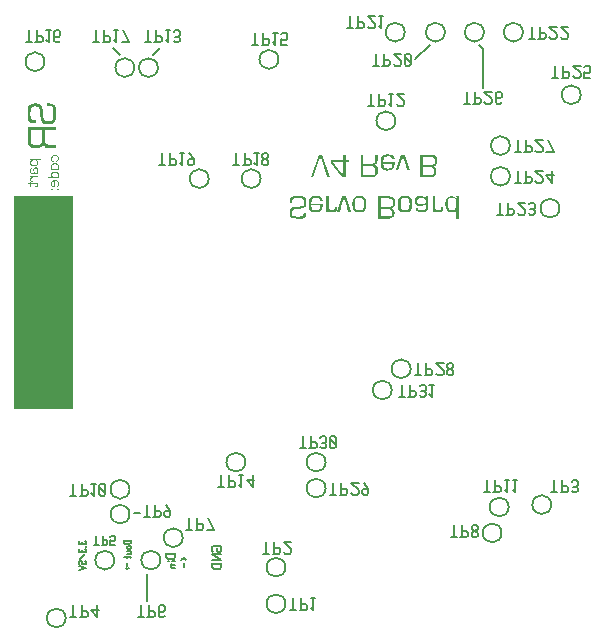
<source format=gbr>
G04 start of page 11 for group -4078 idx -4078 *
G04 Title: (unknown), bottomsilk *
G04 Creator: pcb 20140316 *
G04 CreationDate: Wed 10 Jul 2019 18:35:36 GMT UTC *
G04 For: kier *
G04 Format: Gerber/RS-274X *
G04 PCB-Dimensions (mil): 2755.91 2913.39 *
G04 PCB-Coordinate-Origin: lower left *
%MOIN*%
%FSLAX25Y25*%
%LNBOTTOMSILK*%
%ADD149C,0.0059*%
%ADD148C,0.0079*%
%ADD147C,0.0001*%
G54D147*G36*
X180028Y199326D02*X180787D01*
X181758Y199207D01*
X182393Y198849D01*
X182746Y198198D01*
X182871Y197200D01*
X182794Y196533D01*
X182566Y196022D01*
X182193Y195654D01*
X181676Y195441D01*
X182387Y194889D01*
X182632Y193880D01*
X182518Y192876D01*
X182197Y192294D01*
X181547Y192019D01*
X180440Y191926D01*
X180028D01*
Y192620D01*
X180418D01*
X181146Y192674D01*
X181568Y192837D01*
X181764Y193191D01*
X181829Y193813D01*
X181747Y194531D01*
X181525Y194943D01*
X181041Y195122D01*
X180179Y195181D01*
X180028D01*
Y195876D01*
X180136D01*
X181200Y195935D01*
X181764Y196115D01*
X181986Y196526D01*
X182068Y197330D01*
X181986Y197981D01*
X181764Y198372D01*
X181308Y198550D01*
X180527Y198609D01*
X180028D01*
Y199326D01*
G37*
G36*
X177163D02*X180028D01*
Y198609D01*
X177988D01*
Y195876D01*
X180028D01*
Y195181D01*
X177988D01*
Y192620D01*
X180028D01*
Y191926D01*
X177163D01*
Y199326D01*
G37*
G36*
X173712Y194139D02*X172866D01*
X171976Y196961D01*
X171716Y197850D01*
X171586Y198285D01*
X171455Y198741D01*
X171434D01*
X171282Y198285D01*
X171152Y197850D01*
X170870Y196961D01*
X169936Y194139D01*
X169155D01*
X170891Y199326D01*
X171976D01*
X173712Y194139D01*
G37*
G36*
X166421Y196874D02*X168678D01*
Y196461D01*
X168564Y195241D01*
X168222Y194531D01*
X167533Y194172D01*
X166421Y194059D01*
Y194683D01*
X166421Y194683D01*
X167170Y194748D01*
X167614Y194943D01*
X167820Y195344D01*
X167896Y196028D01*
Y196289D01*
X166421D01*
Y196874D01*
G37*
G36*
X167896Y197763D02*Y197915D01*
X167820Y198361D01*
X167614Y198609D01*
X167191Y198724D01*
X166442Y198761D01*
X166421Y198759D01*
Y199409D01*
X166464Y199413D01*
X167506Y199331D01*
X168179Y199087D01*
X168547Y198637D01*
X168678Y197937D01*
Y197763D01*
X167896D01*
G37*
G36*
X166421Y198759D02*X165645Y198681D01*
X165205Y198437D01*
X165010Y197872D01*
X164945Y196874D01*
X166421D01*
Y196289D01*
X164945D01*
X165010Y195463D01*
X165227Y194985D01*
X165661Y194759D01*
X166421Y194683D01*
Y194059D01*
X166356Y194052D01*
X165243Y194189D01*
X164576Y194596D01*
X164245Y195376D01*
X164142Y196679D01*
X164245Y198068D01*
X164576Y198893D01*
X165276Y199283D01*
X166421Y199409D01*
Y198759D01*
G37*
G36*
X160269Y196331D02*X161039D01*
X161527Y196407D01*
X161880Y196652D01*
X162091Y197048D01*
X162167Y197611D01*
Y199326D01*
X162992D01*
Y197439D01*
X162916Y196841D01*
X162700Y196407D01*
X162330Y196126D01*
X161820Y196006D01*
Y195985D01*
X162450Y195789D01*
X162840Y195463D01*
X163035Y194900D01*
X163100Y194031D01*
X162970Y193039D01*
X162601Y192404D01*
X161940Y192045D01*
X160930Y191926D01*
X160269D01*
Y192620D01*
X160952D01*
X161641Y192696D01*
X162037Y192924D01*
X162232Y193402D01*
X162297Y194226D01*
X162205Y194905D01*
X161950Y195333D01*
X161446Y195544D01*
X160648Y195615D01*
X160269D01*
Y196331D01*
G37*
G36*
X157415Y199326D02*X158240D01*
Y196331D01*
X160269D01*
Y195615D01*
X158240D01*
Y192620D01*
X160269D01*
Y191926D01*
X157415D01*
Y199326D01*
G37*
G36*
X152380Y191926D02*X151100D01*
X149819Y193561D01*
Y194669D01*
X151534Y192446D01*
X151555D01*
Y196918D01*
X149819D01*
Y197611D01*
X151555D01*
Y199326D01*
X152380D01*
Y197611D01*
X153487D01*
Y196918D01*
X152380D01*
Y191926D01*
G37*
G36*
X149819Y193561D02*X147410Y196635D01*
Y197611D01*
X149819D01*
Y196918D01*
X148083D01*
X149819Y194669D01*
Y193561D01*
G37*
G36*
X146260Y191926D02*X144329Y197524D01*
X143960Y198654D01*
X143938D01*
X143765Y198089D01*
X143570Y197504D01*
X141594Y191926D01*
X140683D01*
X143352Y199326D01*
X144546D01*
X147150Y191926D01*
X146260D01*
G37*
G36*
X190043Y178037D02*X189283D01*
Y180902D01*
X189261D01*
X188691Y180349D01*
X187808Y180203D01*
Y180802D01*
X188497Y180891D01*
X188958Y181183D01*
X189180Y181754D01*
X189261Y182681D01*
X189186Y183826D01*
X188979Y184483D01*
X188529Y184776D01*
X187808Y184868D01*
Y185493D01*
X188691Y185335D01*
X189283Y184765D01*
X189305D01*
X189283Y185437D01*
X190043D01*
Y178037D01*
G37*
G36*
X187808Y180203D02*X187570Y180163D01*
X186603Y180311D01*
X185985Y180750D01*
X185654Y181537D01*
X185551Y182768D01*
X185654Y184102D01*
X185985Y184939D01*
X186620Y185378D01*
X187634Y185524D01*
X187808Y185493D01*
Y184868D01*
X187764Y184874D01*
X187037Y184776D01*
X186614Y184483D01*
X186420Y183848D01*
X186354Y182768D01*
X186420Y181776D01*
X186636Y181183D01*
X187048Y180891D01*
X187743Y180794D01*
X187808Y180802D01*
Y180203D01*
G37*
G36*
X181340Y180250D02*Y185437D01*
X182100D01*
Y182333D01*
X182176Y181639D01*
X182415Y181145D01*
X182816Y180848D01*
X183380Y180750D01*
X184026Y180950D01*
X184248Y181552D01*
X184226Y181835D01*
X184205Y181966D01*
X184965D01*
Y181596D01*
X184872Y180950D01*
X184607Y180489D01*
X184157Y180213D01*
X183532Y180120D01*
X182637Y180305D01*
X182057Y180859D01*
X182034Y180837D01*
X182100Y180250D01*
X181340D01*
G37*
G36*
X177685Y180781D02*X177803Y180772D01*
X178476Y180837D01*
X178866Y181031D01*
X179040Y181450D01*
X179105Y182183D01*
Y182811D01*
X179084D01*
X178546Y182405D01*
X177685Y182297D01*
Y182880D01*
X178367Y182931D01*
X178823Y183094D01*
X179067Y183392D01*
X179150Y183896D01*
X179045Y184320D01*
X178742Y184629D01*
X178243Y184807D01*
X177685Y184860D01*
Y185481D01*
X178487Y185361D01*
X179150Y184874D01*
X179170D01*
X179105Y185437D01*
X179865D01*
Y182009D01*
X179751Y181113D01*
X179409Y180555D01*
X178742Y180261D01*
X177685Y180166D01*
Y180781D01*
G37*
G36*
Y182297D02*X177456Y182269D01*
X176474Y182361D01*
X175850Y182637D01*
X175520Y183137D01*
X175416Y183939D01*
X175535Y184629D01*
X175904Y185129D01*
X176523Y185420D01*
X177391Y185524D01*
X177685Y185481D01*
Y184860D01*
X177543Y184874D01*
X176870Y184824D01*
X176479Y184678D01*
X176284Y184374D01*
X176220Y183854D01*
X176284Y183354D01*
X176479Y183072D01*
X176892Y182926D01*
X177629Y182876D01*
X177685Y182880D01*
Y182297D01*
G37*
G36*
X176393Y181705D02*Y181552D01*
X176479Y181211D01*
X176740Y180967D01*
X177179Y180820D01*
X177685Y180781D01*
Y180166D01*
X177651Y180163D01*
X176648Y180245D01*
X176045Y180489D01*
X175752Y180945D01*
X175655Y181705D01*
X176393D01*
G37*
G36*
X172140Y180163D02*X172139Y180163D01*
Y180794D01*
X172140Y180794D01*
X172942Y180880D01*
X173376Y181141D01*
X173571Y181726D01*
X173636Y182833D01*
X173571Y183957D01*
X173376Y184548D01*
X172942Y184792D01*
X172140Y184874D01*
X172139Y184874D01*
Y185524D01*
X172140Y185524D01*
X173311Y185400D01*
X173984Y185024D01*
X174304Y184217D01*
X174418Y182833D01*
X174304Y181456D01*
X173984Y180663D01*
X173311Y180289D01*
X172140Y180163D01*
G37*
G36*
X172139Y180163D02*X170951Y180289D01*
X170273Y180663D01*
X169942Y181456D01*
X169840Y182833D01*
X169942Y184217D01*
X170273Y185024D01*
X170951Y185400D01*
X172139Y185524D01*
Y184874D01*
X171309Y184792D01*
X170880Y184548D01*
X170696Y183957D01*
X170642Y182833D01*
X170696Y181726D01*
X170880Y181141D01*
X171309Y180880D01*
X172139Y180794D01*
Y180163D01*
G37*
G36*
X166041Y185437D02*X166800D01*
X167772Y185318D01*
X168406Y184959D01*
X168759Y184309D01*
X168884Y183311D01*
X168808Y182643D01*
X168580Y182133D01*
X168206Y181765D01*
X167690Y181552D01*
X168401Y181000D01*
X168645Y179991D01*
X168531Y178987D01*
X168211Y178407D01*
X167560Y178130D01*
X166453Y178037D01*
X166041D01*
Y178731D01*
X166432D01*
X167159Y178785D01*
X167582Y178949D01*
X167777Y179302D01*
X167842Y179926D01*
X167761Y180641D01*
X167538Y181054D01*
X167055Y181233D01*
X166193Y181293D01*
X166041D01*
Y181987D01*
X166150D01*
X167213Y182046D01*
X167777Y182226D01*
X168000Y182637D01*
X168081Y183441D01*
X168000Y184092D01*
X167777Y184483D01*
X167321Y184661D01*
X166540Y184722D01*
X166041D01*
Y185437D01*
G37*
G36*
X163176D02*X166041D01*
Y184722D01*
X164001D01*
Y181987D01*
X166041D01*
Y181293D01*
X164001D01*
Y178731D01*
X166041D01*
Y178037D01*
X163176D01*
Y185437D01*
G37*
G36*
X156883Y185524D02*X158055Y185400D01*
X158728Y185024D01*
X159048Y184217D01*
X159162Y182833D01*
X159048Y181456D01*
X158728Y180663D01*
X158055Y180289D01*
X156883Y180163D01*
Y180794D01*
X157686Y180880D01*
X158120Y181141D01*
X158315Y181726D01*
X158380Y182833D01*
X158315Y183957D01*
X158120Y184548D01*
X157686Y184792D01*
X156883Y184874D01*
Y185524D01*
G37*
G36*
X156883Y180163D02*X155695Y180289D01*
X155017Y180663D01*
X154686Y181456D01*
X154583Y182833D01*
X154686Y184217D01*
X155017Y185024D01*
X155695Y185400D01*
X156883Y185524D01*
X156883Y185524D01*
Y184874D01*
X156883Y184874D01*
X156053Y184792D01*
X155624Y184548D01*
X155440Y183957D01*
X155386Y182833D01*
X155440Y181726D01*
X155624Y181141D01*
X156053Y180880D01*
X156883Y180794D01*
X156883Y180794D01*
Y180163D01*
X156883Y180163D01*
G37*
G36*
X154105Y180250D02*X153259D01*
X152370Y183072D01*
X152109Y183961D01*
X151979Y184396D01*
X151848Y184852D01*
X151827D01*
X151675Y184396D01*
X151545Y183961D01*
X151262Y183072D01*
X150329Y180250D01*
X149548D01*
X151284Y185437D01*
X152370D01*
X154105Y180250D01*
G37*
G36*
X145902D02*Y185437D01*
X146662D01*
Y182333D01*
X146738Y181639D01*
X146976Y181145D01*
X147378Y180848D01*
X147942Y180750D01*
X148588Y180950D01*
X148810Y181552D01*
X148788Y181835D01*
X148767Y181966D01*
X149526D01*
Y181596D01*
X149434Y180950D01*
X149168Y180489D01*
X148718Y180213D01*
X148094Y180120D01*
X147200Y180305D01*
X146618Y180859D01*
X146597Y180837D01*
X146662Y180250D01*
X145902D01*
G37*
G36*
X142387Y182985D02*X144643D01*
Y182572D01*
X144529Y181352D01*
X144188Y180641D01*
X143500Y180283D01*
X142387Y180170D01*
Y180794D01*
X143135Y180859D01*
X143580Y181054D01*
X143786Y181456D01*
X143862Y182139D01*
Y182400D01*
X142387D01*
Y182985D01*
G37*
G36*
X143862Y183874D02*Y184026D01*
X143786Y184472D01*
X143580Y184722D01*
X143157Y184835D01*
X142408Y184874D01*
X142387Y184871D01*
Y185520D01*
X142430Y185524D01*
X143472Y185443D01*
X144144Y185199D01*
X144513Y184749D01*
X144643Y184049D01*
Y183874D01*
X143862D01*
G37*
G36*
X142387Y184871D02*X141611Y184792D01*
X141171Y184548D01*
X140976Y183983D01*
X140911Y182985D01*
X142387D01*
Y182400D01*
X140911D01*
X140976Y181574D01*
X141193Y181098D01*
X141627Y180870D01*
X142386Y180794D01*
X142387Y180794D01*
Y180170D01*
X142321Y180163D01*
X141209Y180300D01*
X140542Y180707D01*
X140211Y181487D01*
X140108Y182789D01*
X140211Y184179D01*
X140542Y185004D01*
X141242Y185394D01*
X142387Y185520D01*
Y184871D01*
G37*
G36*
X139153Y180033D02*X139023Y178959D01*
X138632Y178341D01*
X137840Y178048D01*
X136484Y177950D01*
X135106Y178059D01*
X134292Y178385D01*
X133879Y179009D01*
X133750Y180056D01*
X133863Y180859D01*
X134210Y181456D01*
X134796Y181835D01*
X135616Y182009D01*
X136440Y182052D01*
X137308Y182096D01*
X137894Y182187D01*
X138241Y182378D01*
X138415Y182709D01*
X138480Y183268D01*
X138400Y184124D01*
X138155Y184570D01*
X137542Y184749D01*
X136375Y184807D01*
X135366Y184749D01*
X134834Y184570D01*
X134601Y184141D01*
X134531Y183333D01*
Y183137D01*
X133684D01*
X133706Y183485D01*
X133836Y184499D01*
X134227Y185111D01*
X135013Y185420D01*
X136354Y185524D01*
X137867Y185420D01*
X138741Y185111D01*
X139142Y184461D01*
X139283Y183333D01*
X139158Y182302D01*
X138806Y181726D01*
X138024Y181428D01*
X136614Y181270D01*
X135426Y181172D01*
X134834Y181011D01*
X134601Y180641D01*
X134531Y179926D01*
X134617Y179268D01*
X134900Y178906D01*
X135518Y178726D01*
X136614Y178667D01*
X137509Y178726D01*
X138003Y178906D01*
X138225Y179307D01*
X138307Y180033D01*
X139153D01*
G37*
G36*
X54159Y187531D02*Y187966D01*
X54659D01*
Y187531D01*
X54159D01*
G37*
G36*
X56265D02*Y187966D01*
X56764D01*
Y187531D01*
X56265D01*
G37*
G36*
X55982Y188931D02*X56069D01*
X56416Y189083D01*
X56481Y189669D01*
X56330Y190299D01*
X56042Y190396D01*
X55527Y190429D01*
Y188563D01*
X55331D01*
X54844Y188606D01*
Y189018D01*
X55114Y188952D01*
X55245Y188931D01*
Y190407D01*
X54844Y190326D01*
Y190769D01*
X55440Y190820D01*
X56140Y190765D01*
X56547Y190602D01*
X56742Y190244D01*
X56807Y189648D01*
X56655Y188800D01*
X56069Y188541D01*
X55982Y188563D01*
Y188931D01*
G37*
G36*
X54844Y188606D02*X54724Y188617D01*
X54376Y188780D01*
X54197Y189122D01*
X54138Y189713D01*
X54203Y190261D01*
X54398Y190602D01*
X54789Y190765D01*
X54844Y190769D01*
Y190326D01*
X54593Y190276D01*
X54442Y189669D01*
X54572Y189083D01*
X54844Y189018D01*
Y188606D01*
G37*
G36*
X55462Y193648D02*X56096Y193598D01*
X56525Y193435D01*
X56736Y193120D01*
X56807Y192609D01*
X56709Y192078D01*
X56416Y191785D01*
Y191763D01*
X56764Y191785D01*
Y191415D01*
X55462D01*
Y191789D01*
X55955Y191822D01*
X56286Y191937D01*
X56433Y192154D01*
X56481Y192544D01*
X56286Y193109D01*
X55961Y193207D01*
X55462Y193236D01*
Y193648D01*
G37*
G36*
X53053Y191415D02*Y191785D01*
X54485D01*
X54507Y191807D01*
X54230Y192078D01*
X54138Y192631D01*
X54208Y193124D01*
X54420Y193435D01*
X54810Y193598D01*
X55418Y193652D01*
X55462Y193648D01*
Y193236D01*
X55418Y193239D01*
X54637Y193109D01*
X54442Y192544D01*
X54637Y191959D01*
X54924Y191829D01*
X55396Y191785D01*
X55462Y191789D01*
Y191415D01*
X53053D01*
G37*
G36*
X55462Y196461D02*X55462Y196461D01*
X56161Y196407D01*
X56568Y196244D01*
X56747Y195902D01*
X56807Y195311D01*
X56747Y194720D01*
X56568Y194379D01*
X56161Y194216D01*
X55462Y194161D01*
X55462Y194161D01*
Y194574D01*
X55462Y194574D01*
X56026Y194607D01*
X56330Y194704D01*
X56444Y194909D01*
X56481Y195311D01*
X56444Y195718D01*
X56330Y195941D01*
X56026Y196039D01*
X55462Y196070D01*
X55462Y196070D01*
Y196461D01*
G37*
G36*
X54138Y195311D02*X54203Y195902D01*
X54398Y196244D01*
X54783Y196407D01*
X55462Y196461D01*
Y196070D01*
X54903Y196039D01*
X54615Y195941D01*
X54485Y195718D01*
X54442Y195311D01*
X54485Y194909D01*
X54615Y194704D01*
X54903Y194607D01*
X55462Y194574D01*
Y194161D01*
X54783Y194216D01*
X54398Y194379D01*
X54203Y194720D01*
X54138Y195311D01*
G37*
G36*
X55727Y208587D02*Y207546D01*
X51973D01*
Y204052D01*
X52071Y203433D01*
X52380Y202994D01*
X52885Y202728D01*
X53601Y202641D01*
X55727D01*
Y201600D01*
X53362D01*
X52613Y201692D01*
X52065Y201969D01*
X51713Y202430D01*
X51561Y203076D01*
X51539D01*
X51317Y202294D01*
X50910Y201817D01*
X50200Y201556D01*
X49228Y201479D01*
Y202479D01*
X49369Y202468D01*
X50210Y202576D01*
X50736Y202902D01*
X51013Y203526D01*
X51105Y204530D01*
Y207546D01*
X49228D01*
Y208587D01*
X55727D01*
G37*
G36*
X49228Y201479D02*X49108Y201470D01*
X47871Y201622D01*
X47069Y202076D01*
X46613Y202907D01*
X46461Y204181D01*
Y208587D01*
X49228D01*
Y207546D01*
X47351D01*
Y204181D01*
X47448Y203302D01*
X47741Y202793D01*
X48333Y202549D01*
X49228Y202479D01*
Y201479D01*
G37*
G36*
X48978Y209722D02*X47638Y209879D01*
X46873Y210350D01*
X46500Y211343D01*
X46374Y213063D01*
X46510Y214767D01*
X46917Y215798D01*
X47703Y216302D01*
X49022Y216470D01*
X50025Y216324D01*
X50769Y215885D01*
X51241Y215152D01*
X51452Y214126D01*
X51517Y213085D01*
X51561Y212000D01*
X51680Y211261D01*
X51908Y210828D01*
X52331Y210617D01*
X53036Y210546D01*
X54089Y210649D01*
X54642Y210959D01*
X54870Y211718D01*
X54946Y213172D01*
X54870Y214441D01*
X54642Y215124D01*
X54105Y215402D01*
X53102Y215494D01*
X52863D01*
Y216535D01*
X53275D01*
X54556Y216372D01*
X55315Y215885D01*
X55689Y214876D01*
X55814Y213194D01*
X55689Y211300D01*
X55315Y210220D01*
X54512Y209716D01*
X53102Y209548D01*
X51816Y209694D01*
X51083Y210133D01*
X50714Y211115D01*
X50519Y212889D01*
X50394Y214365D01*
X50194Y215104D01*
X49732Y215380D01*
X48826Y215472D01*
X48007Y215352D01*
X47546Y214994D01*
X47334Y214230D01*
X47264Y212889D01*
X47340Y211756D01*
X47568Y211131D01*
X48061Y210855D01*
X48978Y210763D01*
Y209722D01*
G37*
G36*
X55830Y197287D02*X56373Y197417D01*
X56481Y197959D01*
X56438Y198387D01*
X56308Y198631D01*
X56015Y198730D01*
X55483Y198761D01*
X54946Y198730D01*
X54637Y198631D01*
X54442Y198089D01*
X54550Y197481D01*
X54941Y197330D01*
X55006D01*
Y196961D01*
X54588Y197020D01*
X54333Y197200D01*
X54187Y197520D01*
X54138Y198046D01*
X54208Y198594D01*
X54420Y198935D01*
X54810Y199098D01*
X55462Y199152D01*
X56134Y199098D01*
X56547Y198935D01*
X56742Y198583D01*
X56807Y198002D01*
X56595Y197189D01*
X55961Y196918D01*
X55830D01*
Y197287D01*
G37*
G36*
X47215Y188563D02*Y189561D01*
X46607D01*
Y189952D01*
X47215D01*
Y190299D01*
X47541D01*
Y189952D01*
X49212D01*
X49700Y189761D01*
X49863Y189192D01*
X49667Y188655D01*
X49081Y188476D01*
X48908D01*
Y188822D01*
X49168D01*
X49445Y188915D01*
X49537Y189192D01*
X49434Y189469D01*
X49125Y189561D01*
X47541D01*
Y188563D01*
X47215D01*
G37*
G36*
X41947Y114572D02*Y185437D01*
X61630D01*
Y114572D01*
X41947D01*
G37*
G36*
X47215Y192122D02*X49819D01*
Y191731D01*
X48257D01*
X47671Y191574D01*
X47475Y191102D01*
X47579Y190776D01*
X47888Y190668D01*
X48018D01*
X48083Y190689D01*
Y190320D01*
X47909Y190299D01*
X47356Y190478D01*
X47172Y191015D01*
X47264Y191465D01*
X47541Y191774D01*
X47519D01*
X47215Y191731D01*
Y192122D01*
G37*
G36*
X49038Y195076D02*X49060Y195083D01*
X49662Y194839D01*
X49863Y194107D01*
X49781Y193549D01*
X49537Y193218D01*
X49819Y193239D01*
Y192849D01*
X49038D01*
Y193226D01*
X49060Y193218D01*
X49418Y193418D01*
X49537Y194020D01*
X49450Y194541D01*
X49038Y194665D01*
Y195076D01*
G37*
G36*
X47953Y194585D02*X47866D01*
X47573Y194411D01*
X47475Y193889D01*
X47606Y193370D01*
X48192Y193239D01*
X48517D01*
X48306Y193522D01*
X48235Y194063D01*
X48284Y194557D01*
X48430Y194867D01*
X49038Y195076D01*
Y194665D01*
X49016Y194672D01*
X48626Y194541D01*
X48539Y193976D01*
X48647Y193370D01*
X49038Y193226D01*
Y192849D01*
X48105D01*
X47654Y192909D01*
X47389Y193087D01*
X47242Y193413D01*
X47193Y193956D01*
X47231Y194465D01*
X47345Y194780D01*
X47953Y194974D01*
Y194585D01*
G37*
G36*
X48517Y197829D02*X50926D01*
Y197439D01*
X49515D01*
X49776Y197119D01*
X49863Y196592D01*
X49792Y196115D01*
X49580Y195811D01*
X49184Y195648D01*
X48561Y195594D01*
X48517Y195597D01*
Y195987D01*
X48561Y195985D01*
X49050Y196022D01*
X49342Y196137D01*
X49537Y196679D01*
X49342Y197287D01*
X49043Y197400D01*
X48539Y197439D01*
X48517Y197438D01*
Y197829D01*
G37*
G36*
X47215D02*X48517D01*
Y197438D01*
X48002Y197406D01*
X47692Y197307D01*
X47497Y196700D01*
X47692Y196115D01*
X48007Y196017D01*
X48517Y195987D01*
Y195597D01*
X47904Y195648D01*
X47497Y195811D01*
X47269Y196115D01*
X47193Y196592D01*
X47286Y197129D01*
X47562Y197439D01*
Y197459D01*
X47215Y197439D01*
Y197829D01*
G37*
G54D148*X86220Y50394D02*Y59449D01*
X83858Y79921D02*X81890D01*
X175591Y231102D02*X180315Y235827D01*
X198031Y221654D02*Y234646D01*
X196850Y235827D01*
X74803Y235039D02*X77165Y232677D01*
X90551Y235039D02*X88189Y232677D01*
G54D149*X63802Y70472D02*X63532Y70202D01*
Y69662D02*Y70202D01*
Y69662D02*X63802Y69392D01*
X65692Y69662D02*X65422Y69392D01*
X65692Y69662D02*Y70202D01*
X65422Y70472D02*X65692Y70202D01*
X64504Y69662D02*Y70202D01*
X63802Y69392D02*X64234D01*
X64774D02*X65422D01*
X64774D02*X64504Y69662D01*
X64234Y69392D02*X64504Y69662D01*
X65692Y68474D02*Y68744D01*
X63802Y67826D02*X63532Y67556D01*
Y67016D02*Y67556D01*
Y67016D02*X63802Y66746D01*
X65692Y67016D02*X65422Y66746D01*
X65692Y67016D02*Y67556D01*
X65422Y67826D02*X65692Y67556D01*
X64504Y67016D02*Y67556D01*
X63802Y66746D02*X64234D01*
X64774D02*X65422D01*
X64774D02*X64504Y67016D01*
X64234Y66746D02*X64504Y67016D01*
X65422Y66098D02*X63802Y64478D01*
X63532Y62750D02*Y63830D01*
X64612D01*
X64342Y63560D01*
Y63020D02*Y63560D01*
Y63020D02*X64612Y62750D01*
X65422D01*
X65692Y63020D02*X65422Y62750D01*
X65692Y63020D02*Y63560D01*
X65422Y63830D02*X65692Y63560D01*
X63532Y62102D02*X65692Y61562D01*
X63532Y61022D01*
X107847Y67378D02*X108227Y66998D01*
X107847Y67378D02*Y68518D01*
X108227Y68898D02*X107847Y68518D01*
X108227Y68898D02*X110507D01*
X110887Y68518D01*
Y67378D02*Y68518D01*
Y67378D02*X110507Y66998D01*
X109747D02*X110507D01*
X109367Y67378D02*X109747Y66998D01*
X109367Y67378D02*Y68138D01*
X107847Y66086D02*X110887D01*
X107847D02*X110887Y64186D01*
X107847D02*X110887D01*
X107847Y62894D02*X110887D01*
X107847Y61906D02*X108379Y61374D01*
X110355D01*
X110887Y61906D02*X110355Y61374D01*
X110887Y61906D02*Y63274D01*
X107847Y61906D02*Y63274D01*
X78493Y70596D02*X80653D01*
X78493Y69894D02*X78871Y69516D01*
X80275D01*
X80653Y69894D02*X80275Y69516D01*
X80653Y69894D02*Y70866D01*
X78493Y69894D02*Y70866D01*
X79843Y68868D02*X80383D01*
X79843D02*X79573Y68598D01*
Y68058D02*Y68598D01*
Y68058D02*X79843Y67788D01*
X80383D01*
X80653Y68058D02*X80383Y67788D01*
X80653Y68058D02*Y68598D01*
X80383Y68868D02*X80653Y68598D01*
X79573Y67140D02*X80383D01*
X80653Y66870D01*
Y66330D02*Y66870D01*
Y66330D02*X80383Y66060D01*
X79573D02*X80383D01*
X78493Y65142D02*X80383D01*
X80653Y64872D01*
X79303D02*Y65412D01*
X79573Y62280D02*Y63360D01*
X79033Y61632D02*X79573Y61092D01*
X80113Y61632D02*X79573Y61092D01*
X92492Y66155D02*X95532D01*
X92492Y65167D02*X93024Y64635D01*
X95000D01*
X95532Y65167D02*X95000Y64635D01*
X95532Y65167D02*Y66535D01*
X92492Y65167D02*Y66535D01*
X93252Y63723D02*X93328D01*
X94392D02*X95532D01*
X94392Y62583D02*X95532D01*
X94392D02*X94012Y62203D01*
Y61823D02*Y62203D01*
Y61823D02*X94392Y61443D01*
X95532D01*
X94012Y62963D02*X94392Y62583D01*
X98343Y64961D02*X97583Y64201D01*
X98343Y64961D02*X99103Y64201D01*
X98343Y61769D02*Y63289D01*
G54D148*X165748Y240157D02*G75*G03X165748Y240157I3150J0D01*G01*
X162598Y210630D02*G75*G03X162598Y210630I3150J0D01*G01*
X192126Y240157D02*G75*G03X192126Y240157I3150J0D01*G01*
X205118D02*G75*G03X205118Y240157I3150J0D01*G01*
X224409Y219291D02*G75*G03X224409Y219291I3150J0D01*G01*
X179134Y240157D02*G75*G03X179134Y240157I3150J0D01*G01*
X123622Y231102D02*G75*G03X123622Y231102I3150J0D01*G01*
X200787Y192126D02*G75*G03X200787Y192126I3150J0D01*G01*
Y202362D02*G75*G03X200787Y202362I3150J0D01*G01*
X217323Y181496D02*G75*G03X217323Y181496I3150J0D01*G01*
X75591Y228346D02*G75*G03X75591Y228346I3150J0D01*G01*
X83465D02*G75*G03X83465Y228346I3150J0D01*G01*
X45669Y230315D02*G75*G03X45669Y230315I3150J0D01*G01*
X100394Y191339D02*G75*G03X100394Y191339I3150J0D01*G01*
X117717D02*G75*G03X117717Y191339I3150J0D01*G01*
X167717Y127953D02*G75*G03X167717Y127953I3150J0D01*G01*
X161417Y120866D02*G75*G03X161417Y120866I3150J0D01*G01*
X200394Y81890D02*G75*G03X200394Y81890I3150J0D01*G01*
X198031Y73228D02*G75*G03X198031Y73228I3150J0D01*G01*
X214567Y82677D02*G75*G03X214567Y82677I3150J0D01*G01*
X74016Y87795D02*G75*G03X74016Y87795I3150J0D01*G01*
X112598Y96850D02*G75*G03X112598Y96850I3150J0D01*G01*
X139370D02*G75*G03X139370Y96850I3150J0D01*G01*
Y88189D02*G75*G03X139370Y88189I3150J0D01*G01*
X125984Y49606D02*G75*G03X125984Y49606I3150J0D01*G01*
Y61811D02*G75*G03X125984Y61811I3150J0D01*G01*
X91732Y71654D02*G75*G03X91732Y71654I3150J0D01*G01*
X74016Y79528D02*G75*G03X74016Y79528I3150J0D01*G01*
X84252Y64173D02*G75*G03X84252Y64173I3150J0D01*G01*
X68898D02*G75*G03X68898Y64173I3150J0D01*G01*
X52756Y44882D02*G75*G03X52756Y44882I3150J0D01*G01*
G54D149*X221260Y225016D02*X223260D01*
X222260D02*Y229016D01*
X224960Y225016D02*Y229016D01*
X224460Y225016D02*X226460D01*
X226960Y225516D01*
Y226516D01*
X226460Y227016D02*X226960Y226516D01*
X224960Y227016D02*X226460D01*
X228160Y225516D02*X228660Y225016D01*
X230160D01*
X230660Y225516D01*
Y226516D01*
X228160Y229016D02*X230660Y226516D01*
X228160Y229016D02*X230660D01*
X231860Y225016D02*X233860D01*
X231860D02*Y227016D01*
X232360Y226516D01*
X233360D01*
X233860Y227016D01*
Y228516D01*
X233360Y229016D02*X233860Y228516D01*
X232360Y229016D02*X233360D01*
X231860Y228516D02*X232360Y229016D01*
X213386Y238008D02*X215386D01*
X214386D02*Y242008D01*
X217086Y238008D02*Y242008D01*
X216586Y238008D02*X218586D01*
X219086Y238508D01*
Y239508D01*
X218586Y240008D02*X219086Y239508D01*
X217086Y240008D02*X218586D01*
X220286Y238508D02*X220786Y238008D01*
X222286D01*
X222786Y238508D01*
Y239508D01*
X220286Y242008D02*X222786Y239508D01*
X220286Y242008D02*X222786D01*
X223986Y238508D02*X224486Y238008D01*
X225986D01*
X226486Y238508D01*
Y239508D01*
X223986Y242008D02*X226486Y239508D01*
X223986Y242008D02*X226486D01*
X208661Y200213D02*X210661D01*
X209661D02*Y204213D01*
X212361Y200213D02*Y204213D01*
X211861Y200213D02*X213861D01*
X214361Y200713D01*
Y201713D01*
X213861Y202213D02*X214361Y201713D01*
X212361Y202213D02*X213861D01*
X215561Y200713D02*X216061Y200213D01*
X217561D01*
X218061Y200713D01*
Y201713D01*
X215561Y204213D02*X218061Y201713D01*
X215561Y204213D02*X218061D01*
X219761D02*X221761Y200213D01*
X219261D02*X221761D01*
X202756Y179346D02*X204756D01*
X203756D02*Y183346D01*
X206456Y179346D02*Y183346D01*
X205956Y179346D02*X207956D01*
X208456Y179846D01*
Y180846D01*
X207956Y181346D02*X208456Y180846D01*
X206456Y181346D02*X207956D01*
X209656Y179846D02*X210156Y179346D01*
X211656D01*
X212156Y179846D01*
Y180846D01*
X209656Y183346D02*X212156Y180846D01*
X209656Y183346D02*X212156D01*
X213356Y179846D02*X213856Y179346D01*
X214856D01*
X215356Y179846D01*
X214856Y183346D02*X215356Y182846D01*
X213856Y183346D02*X214856D01*
X213356Y182846D02*X213856Y183346D01*
Y181146D02*X214856D01*
X215356Y179846D02*Y180646D01*
Y181646D02*Y182846D01*
Y181646D02*X214856Y181146D01*
X215356Y180646D02*X214856Y181146D01*
X191732Y216354D02*X193732D01*
X192732D02*Y220354D01*
X195432Y216354D02*Y220354D01*
X194932Y216354D02*X196932D01*
X197432Y216854D01*
Y217854D01*
X196932Y218354D02*X197432Y217854D01*
X195432Y218354D02*X196932D01*
X198632Y216854D02*X199132Y216354D01*
X200632D01*
X201132Y216854D01*
Y217854D01*
X198632Y220354D02*X201132Y217854D01*
X198632Y220354D02*X201132D01*
X203832Y216354D02*X204332Y216854D01*
X202832Y216354D02*X203832D01*
X202332Y216854D02*X202832Y216354D01*
X202332Y216854D02*Y219854D01*
X202832Y220354D01*
X203832Y218154D02*X204332Y218654D01*
X202332Y218154D02*X203832D01*
X202832Y220354D02*X203832D01*
X204332Y219854D01*
Y218654D02*Y219854D01*
X208661Y189976D02*X210661D01*
X209661D02*Y193976D01*
X212361Y189976D02*Y193976D01*
X211861Y189976D02*X213861D01*
X214361Y190476D01*
Y191476D01*
X213861Y191976D02*X214361Y191476D01*
X212361Y191976D02*X213861D01*
X215561Y190476D02*X216061Y189976D01*
X217561D01*
X218061Y190476D01*
Y191476D01*
X215561Y193976D02*X218061Y191476D01*
X215561Y193976D02*X218061D01*
X219261Y192476D02*X221261Y189976D01*
X219261Y192476D02*X221761D01*
X221261Y189976D02*Y193976D01*
X198425Y86827D02*X200425D01*
X199425D02*Y90827D01*
X202125Y86827D02*Y90827D01*
X201625Y86827D02*X203625D01*
X204125Y87327D01*
Y88327D01*
X203625Y88827D02*X204125Y88327D01*
X202125Y88827D02*X203625D01*
X205325Y87627D02*X206125Y86827D01*
Y90827D01*
X205325D02*X206825D01*
X208025Y87627D02*X208825Y86827D01*
Y90827D01*
X208025D02*X209525D01*
X187402Y71866D02*X189402D01*
X188402D02*Y75866D01*
X191102Y71866D02*Y75866D01*
X190602Y71866D02*X192602D01*
X193102Y72366D01*
Y73366D01*
X192602Y73866D02*X193102Y73366D01*
X191102Y73866D02*X192602D01*
X194302Y75366D02*X194802Y75866D01*
X194302Y74566D02*Y75366D01*
Y74566D02*X195002Y73866D01*
X195602D01*
X196302Y74566D01*
Y75366D01*
X195802Y75866D02*X196302Y75366D01*
X194802Y75866D02*X195802D01*
X194302Y73166D02*X195002Y73866D01*
X194302Y72366D02*Y73166D01*
Y72366D02*X194802Y71866D01*
X195802D01*
X196302Y72366D01*
Y73166D01*
X195602Y73866D02*X196302Y73166D01*
X220866Y86827D02*X222866D01*
X221866D02*Y90827D01*
X224566Y86827D02*Y90827D01*
X224066Y86827D02*X226066D01*
X226566Y87327D01*
Y88327D01*
X226066Y88827D02*X226566Y88327D01*
X224566Y88827D02*X226066D01*
X227766Y87327D02*X228266Y86827D01*
X229266D01*
X229766Y87327D01*
X229266Y90827D02*X229766Y90327D01*
X228266Y90827D02*X229266D01*
X227766Y90327D02*X228266Y90827D01*
Y88627D02*X229266D01*
X229766Y87327D02*Y88127D01*
Y89127D02*Y90327D01*
Y89127D02*X229266Y88627D01*
X229766Y88127D02*X229266Y88627D01*
X175591Y125803D02*X177591D01*
X176591D02*Y129803D01*
X179291Y125803D02*Y129803D01*
X178791Y125803D02*X180791D01*
X181291Y126303D01*
Y127303D01*
X180791Y127803D02*X181291Y127303D01*
X179291Y127803D02*X180791D01*
X182491Y126303D02*X182991Y125803D01*
X184491D01*
X184991Y126303D01*
Y127303D01*
X182491Y129803D02*X184991Y127303D01*
X182491Y129803D02*X184991D01*
X186191Y129303D02*X186691Y129803D01*
X186191Y128503D02*Y129303D01*
Y128503D02*X186891Y127803D01*
X187491D01*
X188191Y128503D01*
Y129303D01*
X187691Y129803D02*X188191Y129303D01*
X186691Y129803D02*X187691D01*
X186191Y127103D02*X186891Y127803D01*
X186191Y126303D02*Y127103D01*
Y126303D02*X186691Y125803D01*
X187691D01*
X188191Y126303D01*
Y127103D01*
X187491Y127803D02*X188191Y127103D01*
X170079Y118717D02*X172079D01*
X171079D02*Y122717D01*
X173779Y118717D02*Y122717D01*
X173279Y118717D02*X175279D01*
X175779Y119217D01*
Y120217D01*
X175279Y120717D02*X175779Y120217D01*
X173779Y120717D02*X175279D01*
X176979Y119217D02*X177479Y118717D01*
X178479D01*
X178979Y119217D01*
X178479Y122717D02*X178979Y122217D01*
X177479Y122717D02*X178479D01*
X176979Y122217D02*X177479Y122717D01*
Y120517D02*X178479D01*
X178979Y119217D02*Y120017D01*
Y121017D02*Y122217D01*
Y121017D02*X178479Y120517D01*
X178979Y120017D02*X178479Y120517D01*
X180179Y119517D02*X180979Y118717D01*
Y122717D01*
X180179D02*X181679D01*
X45669Y236827D02*X47669D01*
X46669D02*Y240827D01*
X49369Y236827D02*Y240827D01*
X48869Y236827D02*X50869D01*
X51369Y237327D01*
Y238327D01*
X50869Y238827D02*X51369Y238327D01*
X49369Y238827D02*X50869D01*
X52569Y237627D02*X53369Y236827D01*
Y240827D01*
X52569D02*X54069D01*
X56769Y236827D02*X57269Y237327D01*
X55769Y236827D02*X56769D01*
X55269Y237327D02*X55769Y236827D01*
X55269Y237327D02*Y240327D01*
X55769Y240827D01*
X56769Y238627D02*X57269Y239127D01*
X55269Y238627D02*X56769D01*
X55769Y240827D02*X56769D01*
X57269Y240327D01*
Y239127D02*Y240327D01*
X68110Y236827D02*X70110D01*
X69110D02*Y240827D01*
X71810Y236827D02*Y240827D01*
X71310Y236827D02*X73310D01*
X73810Y237327D01*
Y238327D01*
X73310Y238827D02*X73810Y238327D01*
X71810Y238827D02*X73310D01*
X75010Y237627D02*X75810Y236827D01*
Y240827D01*
X75010D02*X76510D01*
X78210D02*X80210Y236827D01*
X77710D02*X80210D01*
X85433D02*X87433D01*
X86433D02*Y240827D01*
X89133Y236827D02*Y240827D01*
X88633Y236827D02*X90633D01*
X91133Y237327D01*
Y238327D01*
X90633Y238827D02*X91133Y238327D01*
X89133Y238827D02*X90633D01*
X92333Y237627D02*X93133Y236827D01*
Y240827D01*
X92333D02*X93833D01*
X95033Y237327D02*X95533Y236827D01*
X96533D01*
X97033Y237327D01*
X96533Y240827D02*X97033Y240327D01*
X95533Y240827D02*X96533D01*
X95033Y240327D02*X95533Y240827D01*
Y238627D02*X96533D01*
X97033Y237327D02*Y238127D01*
Y239127D02*Y240327D01*
Y239127D02*X96533Y238627D01*
X97033Y238127D02*X96533Y238627D01*
X121260Y236039D02*X123260D01*
X122260D02*Y240039D01*
X124960Y236039D02*Y240039D01*
X124460Y236039D02*X126460D01*
X126960Y236539D01*
Y237539D01*
X126460Y238039D02*X126960Y237539D01*
X124960Y238039D02*X126460D01*
X128160Y236839D02*X128960Y236039D01*
Y240039D01*
X128160D02*X129660D01*
X130860Y236039D02*X132860D01*
X130860D02*Y238039D01*
X131360Y237539D01*
X132360D01*
X132860Y238039D01*
Y239539D01*
X132360Y240039D02*X132860Y239539D01*
X131360Y240039D02*X132360D01*
X130860Y239539D02*X131360Y240039D01*
X159843Y215567D02*X161843D01*
X160843D02*Y219567D01*
X163543Y215567D02*Y219567D01*
X163043Y215567D02*X165043D01*
X165543Y216067D01*
Y217067D01*
X165043Y217567D02*X165543Y217067D01*
X163543Y217567D02*X165043D01*
X166743Y216367D02*X167543Y215567D01*
Y219567D01*
X166743D02*X168243D01*
X169443Y216067D02*X169943Y215567D01*
X171443D01*
X171943Y216067D01*
Y217067D01*
X169443Y219567D02*X171943Y217067D01*
X169443Y219567D02*X171943D01*
X152756Y241551D02*X154756D01*
X153756D02*Y245551D01*
X156456Y241551D02*Y245551D01*
X155956Y241551D02*X157956D01*
X158456Y242051D01*
Y243051D01*
X157956Y243551D02*X158456Y243051D01*
X156456Y243551D02*X157956D01*
X159656Y242051D02*X160156Y241551D01*
X161656D01*
X162156Y242051D01*
Y243051D01*
X159656Y245551D02*X162156Y243051D01*
X159656Y245551D02*X162156D01*
X163356Y242351D02*X164156Y241551D01*
Y245551D01*
X163356D02*X164856D01*
X161417Y228953D02*X163417D01*
X162417D02*Y232953D01*
X165117Y228953D02*Y232953D01*
X164617Y228953D02*X166617D01*
X167117Y229453D01*
Y230453D01*
X166617Y230953D02*X167117Y230453D01*
X165117Y230953D02*X166617D01*
X168317Y229453D02*X168817Y228953D01*
X170317D01*
X170817Y229453D01*
Y230453D01*
X168317Y232953D02*X170817Y230453D01*
X168317Y232953D02*X170817D01*
X172017Y232453D02*X172517Y232953D01*
X172017Y229453D02*Y232453D01*
Y229453D02*X172517Y228953D01*
X173517D01*
X174017Y229453D01*
Y232453D01*
X173517Y232953D02*X174017Y232453D01*
X172517Y232953D02*X173517D01*
X172017Y231953D02*X174017Y229953D01*
X90157Y195882D02*X92157D01*
X91157D02*Y199882D01*
X93857Y195882D02*Y199882D01*
X93357Y195882D02*X95357D01*
X95857Y196382D01*
Y197382D01*
X95357Y197882D02*X95857Y197382D01*
X93857Y197882D02*X95357D01*
X97057Y196682D02*X97857Y195882D01*
Y199882D01*
X97057D02*X98557D01*
X100257D02*X101757Y197882D01*
Y196382D02*Y197882D01*
X101257Y195882D02*X101757Y196382D01*
X100257Y195882D02*X101257D01*
X99757Y196382D02*X100257Y195882D01*
X99757Y196382D02*Y197382D01*
X100257Y197882D01*
X101757D01*
X114961Y195882D02*X116961D01*
X115961D02*Y199882D01*
X118661Y195882D02*Y199882D01*
X118161Y195882D02*X120161D01*
X120661Y196382D01*
Y197382D01*
X120161Y197882D02*X120661Y197382D01*
X118661Y197882D02*X120161D01*
X121861Y196682D02*X122661Y195882D01*
Y199882D01*
X121861D02*X123361D01*
X124561Y199382D02*X125061Y199882D01*
X124561Y198582D02*Y199382D01*
Y198582D02*X125261Y197882D01*
X125861D01*
X126561Y198582D01*
Y199382D01*
X126061Y199882D02*X126561Y199382D01*
X125061Y199882D02*X126061D01*
X124561Y197182D02*X125261Y197882D01*
X124561Y196382D02*Y197182D01*
Y196382D02*X125061Y195882D01*
X126061D01*
X126561Y196382D01*
Y197182D01*
X125861Y197882D02*X126561Y197182D01*
X133858Y47457D02*X135858D01*
X134858D02*Y51457D01*
X137558Y47457D02*Y51457D01*
X137058Y47457D02*X139058D01*
X139558Y47957D01*
Y48957D01*
X139058Y49457D02*X139558Y48957D01*
X137558Y49457D02*X139058D01*
X140758Y48257D02*X141558Y47457D01*
Y51457D01*
X140758D02*X142258D01*
X124803Y66354D02*X126803D01*
X125803D02*Y70354D01*
X128503Y66354D02*Y70354D01*
X128003Y66354D02*X130003D01*
X130503Y66854D01*
Y67854D01*
X130003Y68354D02*X130503Y67854D01*
X128503Y68354D02*X130003D01*
X131703Y66854D02*X132203Y66354D01*
X133703D01*
X134203Y66854D01*
Y67854D01*
X131703Y70354D02*X134203Y67854D01*
X131703Y70354D02*X134203D01*
X137008Y101394D02*X139008D01*
X138008D02*Y105394D01*
X140708Y101394D02*Y105394D01*
X140208Y101394D02*X142208D01*
X142708Y101894D01*
Y102894D01*
X142208Y103394D02*X142708Y102894D01*
X140708Y103394D02*X142208D01*
X143908Y101894D02*X144408Y101394D01*
X145408D01*
X145908Y101894D01*
X145408Y105394D02*X145908Y104894D01*
X144408Y105394D02*X145408D01*
X143908Y104894D02*X144408Y105394D01*
Y103194D02*X145408D01*
X145908Y101894D02*Y102694D01*
Y103694D02*Y104894D01*
Y103694D02*X145408Y103194D01*
X145908Y102694D02*X145408Y103194D01*
X147108Y104894D02*X147608Y105394D01*
X147108Y101894D02*Y104894D01*
Y101894D02*X147608Y101394D01*
X148608D01*
X149108Y101894D01*
Y104894D01*
X148608Y105394D02*X149108Y104894D01*
X147608Y105394D02*X148608D01*
X147108Y104394D02*X149108Y102394D01*
X85039Y78559D02*X87039D01*
X86039D02*Y82559D01*
X88739Y78559D02*Y82559D01*
X88239Y78559D02*X90239D01*
X90739Y79059D01*
Y80059D01*
X90239Y80559D02*X90739Y80059D01*
X88739Y80559D02*X90239D01*
X92439Y82559D02*X93939Y80559D01*
Y79059D02*Y80559D01*
X93439Y78559D02*X93939Y79059D01*
X92439Y78559D02*X93439D01*
X91939Y79059D02*X92439Y78559D01*
X91939Y79059D02*Y80059D01*
X92439Y80559D01*
X93939D01*
X99213Y74228D02*X101213D01*
X100213D02*Y78228D01*
X102913Y74228D02*Y78228D01*
X102413Y74228D02*X104413D01*
X104913Y74728D01*
Y75728D01*
X104413Y76228D02*X104913Y75728D01*
X102913Y76228D02*X104413D01*
X106613Y78228D02*X108613Y74228D01*
X106113D02*X108613D01*
X60630Y85646D02*X62630D01*
X61630D02*Y89646D01*
X64330Y85646D02*Y89646D01*
X63830Y85646D02*X65830D01*
X66330Y86146D01*
Y87146D01*
X65830Y87646D02*X66330Y87146D01*
X64330Y87646D02*X65830D01*
X67530Y86446D02*X68330Y85646D01*
Y89646D01*
X67530D02*X69030D01*
X70230Y89146D02*X70730Y89646D01*
X70230Y86146D02*Y89146D01*
Y86146D02*X70730Y85646D01*
X71730D01*
X72230Y86146D01*
Y89146D01*
X71730Y89646D02*X72230Y89146D01*
X70730Y89646D02*X71730D01*
X70230Y88646D02*X72230Y86646D01*
X109843Y88402D02*X111843D01*
X110843D02*Y92402D01*
X113543Y88402D02*Y92402D01*
X113043Y88402D02*X115043D01*
X115543Y88902D01*
Y89902D01*
X115043Y90402D02*X115543Y89902D01*
X113543Y90402D02*X115043D01*
X116743Y89202D02*X117543Y88402D01*
Y92402D01*
X116743D02*X118243D01*
X119443Y90902D02*X121443Y88402D01*
X119443Y90902D02*X121943D01*
X121443Y88402D02*Y92402D01*
X147244Y86039D02*X149244D01*
X148244D02*Y90039D01*
X150944Y86039D02*Y90039D01*
X150444Y86039D02*X152444D01*
X152944Y86539D01*
Y87539D01*
X152444Y88039D02*X152944Y87539D01*
X150944Y88039D02*X152444D01*
X154144Y86539D02*X154644Y86039D01*
X156144D01*
X156644Y86539D01*
Y87539D01*
X154144Y90039D02*X156644Y87539D01*
X154144Y90039D02*X156644D01*
X158344D02*X159844Y88039D01*
Y86539D02*Y88039D01*
X159344Y86039D02*X159844Y86539D01*
X158344Y86039D02*X159344D01*
X157844Y86539D02*X158344Y86039D01*
X157844Y86539D02*Y87539D01*
X158344Y88039D01*
X159844D01*
X83071Y45094D02*X85071D01*
X84071D02*Y49094D01*
X86771Y45094D02*Y49094D01*
X86271Y45094D02*X88271D01*
X88771Y45594D01*
Y46594D01*
X88271Y47094D02*X88771Y46594D01*
X86771Y47094D02*X88271D01*
X91471Y45094D02*X91971Y45594D01*
X90471Y45094D02*X91471D01*
X89971Y45594D02*X90471Y45094D01*
X89971Y45594D02*Y48594D01*
X90471Y49094D01*
X91471Y46894D02*X91971Y47394D01*
X89971Y46894D02*X91471D01*
X90471Y49094D02*X91471D01*
X91971Y48594D01*
Y47394D02*Y48594D01*
X60630Y45094D02*X62630D01*
X61630D02*Y49094D01*
X64330Y45094D02*Y49094D01*
X63830Y45094D02*X65830D01*
X66330Y45594D01*
Y46594D01*
X65830Y47094D02*X66330Y46594D01*
X64330Y47094D02*X65830D01*
X67530Y47594D02*X69530Y45094D01*
X67530Y47594D02*X70030D01*
X69530Y45094D02*Y49094D01*
X68504Y69274D02*X70044D01*
X69274D02*Y72354D01*
X71353Y69274D02*Y72354D01*
X70968Y69274D02*X72508D01*
X72893Y69659D01*
Y70429D01*
X72508Y70814D02*X72893Y70429D01*
X71353Y70814D02*X72508D01*
X73817Y69274D02*X75357D01*
X73817D02*Y70814D01*
X74202Y70429D01*
X74972D01*
X75357Y70814D01*
Y71969D01*
X74972Y72354D02*X75357Y71969D01*
X74202Y72354D02*X74972D01*
X73817Y71969D02*X74202Y72354D01*
M02*

</source>
